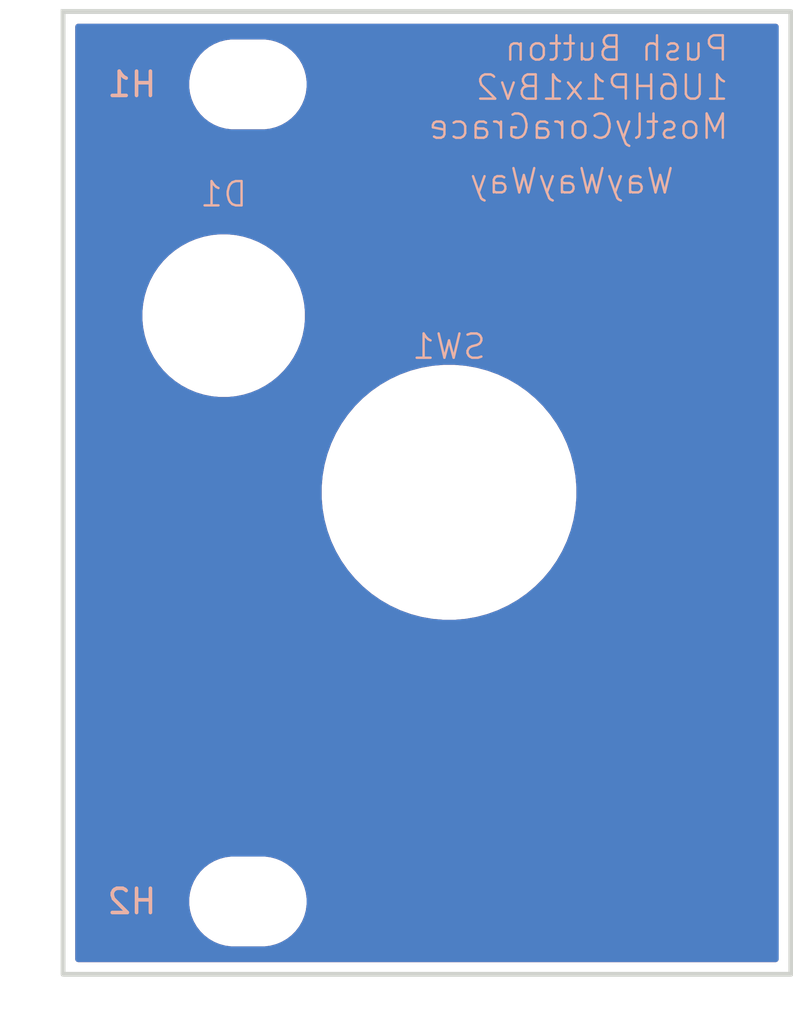
<source format=kicad_pcb>
(kicad_pcb (version 20241229) (generator "pcbnew") (generator_version "9.0")
  (layers (0 "F.Cu" signal) (2 "B.Cu" signal) (13 "F.Paste" user) (15 "B.Paste" user) (5 "F.SilkS" user "F.Silkscreen") (7 "B.SilkS" user "B.Silkscreen") (1 "F.Mask" user) (3 "B.Mask" user) (25 "Edge.Cuts" user))
  (net 0 "")
  (footprint "EXC:6mm_Panel_Mount_LED" (layer "F.Cu") (at 6.62 14.95)
    (property "Reference" "D1" (at 0 -5 0) (layer "B.SilkS") (effects (font (thickness 0.1)) (justify mirror)))
    (property "Value" "6mm_Panel_Mount_LED")
    (pad "" np_thru_hole circle (at 0 0) (size 6.2 6.2) (drill 6.2) (layers "*.Cu" "*.Mask"))
  )
  (footprint "EXC:SW_M6-M6.35_Panel_Mount_Hole" (layer "F.Cu") (at 15.91 22.225)
    (property "Reference" "SW1" (at 0 -6 0) (layer "B.SilkS") (effects (font (thickness 0.1)) (justify mirror)))
    (property "Value" "SW_M6/M6.35_Panel_Mount_Hole")
    (pad "" np_thru_hole circle (at 0 0) (size 10 10) (drill 10) (layers "*.Cu" "*.Mask"))
  )
  (footprint "EXC:MountingHole_3.2mm_M3" (layer "F.Cu") (at 7.62 5.425)
    (property "Reference" "H1" (at -3.683 0 0) (layer "B.SilkS") (effects (justify left mirror)))
    (property "Value" "Eurorack_M3_MountingHole")
    (pad "" np_thru_hole oval (at 0 0) (size 4.34 3.2) (drill oval 4.34 3.2) (layers "*.Cu" "*.Mask"))
  )
  (footprint "EXC:MountingHole_3.2mm_M3" (layer "F.Cu") (at 7.62 39.075)
    (property "Reference" "H2" (at -3.683 0 0) (layer "B.SilkS") (effects (justify left mirror)))
    (property "Value" "Eurorack_M3_MountingHole")
    (pad "" np_thru_hole oval (at 0 0) (size 4.34 3.2) (drill oval 4.34 3.2) (layers "*.Cu" "*.Mask"))
  )
  (gr_rect (start 0 2.425) (end 30 42.075) (stroke (width 0.2)) (fill no) (layer "Edge.Cuts"))
  (gr_text "Push Button\n1U6HP1x1Bv2\nMostlyCoraGrace" (at 27.5 7.75 0) (layer "B.SilkS") (effects (font (size 1 1) (thickness 0.1)) (justify left bottom mirror)))
  (gr_text "WayWayWay" (at 25.25 10 0) (layer "B.SilkS") (effects (font (size 1 1) (thickness 0.1)) (justify left bottom mirror)))
  (zone (net 0) (net_name "") (layers "F.Cu" "B.Cu") (connect_pads (clearance 0.5)) (min_thickness 0.25) (fill yes (thermal_gap 0.5) (thermal_bridge_width 0.5) (island_removal_mode 1) (island_area_min 10))
    (polygon (pts (xy 0 2.425) (xy 30 2.425) (xy 30 42.075) (xy 0 42.075)))
  )
)
</source>
